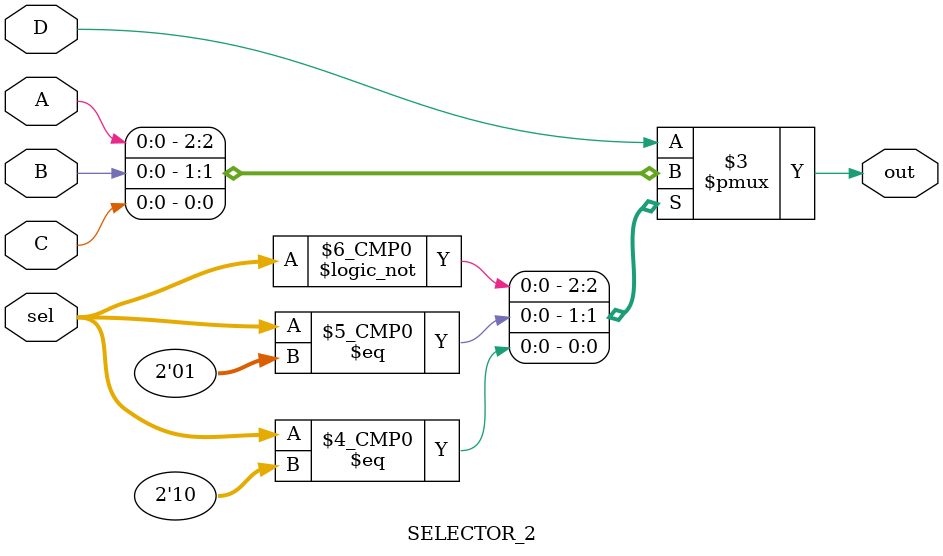
<source format=sv>
module SELECTOR_2 (
	input  logic [1:0] sel,			// select
	input logic A, B, C, D,			// candidate
	output logic out );				// result

	always_comb begin					// always_comb文
		case(sel)						// case文
          2'b00    : out = A ;
          2'b01    : out = B ;
          2'b10    : out = C ;
          default  : out = D ;
		endcase
                end
endmodule

</source>
